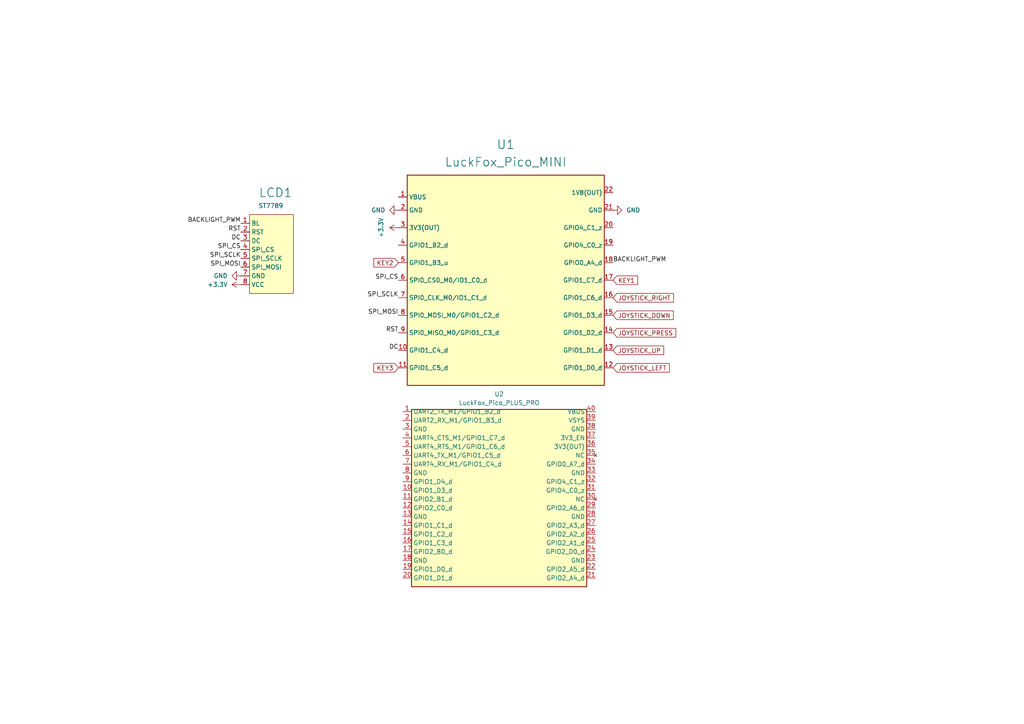
<source format=kicad_sch>
(kicad_sch (version 20250114) (generator "eeschema") (generator_version "9.0")
  (paper "A4")
  (lib_symbols
    (symbol "Luckfox:LuckFox_Pico_MINI"
      (property "Reference" "U" (at 0 53.34 0))
      (property "Value" "LuckFox_Pico_MINI" (at 1.016 -8.382 0))
      (symbol "LuckFox_Pico_MINI_0_1"
        (rectangle (start -25.4 54.61) (end 31.75 -6.35) (stroke (width 0.254)) (fill (type background)))
      )
      (symbol "LuckFox_Pico_MINI_1_1"
        (pin power_in line (at -27.94 48.26 0) (length 2.54) (name "VBUS") (number "1"))
        (pin power_in line (at -27.94 44.45 0) (length 2.54) (name "GND") (number "2"))
        (pin power_out line (at -27.94 39.37 0) (length 2.54) (name "3V3(OUT)") (number "3"))
        (pin bidirectional line (at -27.94 34.29 0) (length 2.54) (name "GPIO1_B2_d") (number "4"))
        (pin bidirectional line (at -27.94 29.21 0) (length 2.54) (name "GPIO1_B3_u") (number "5"))
        (pin bidirectional line (at -27.94 24.13 0) (length 2.54) (name "SPI0_CS0_M0/IO1_C0_d") (number "6"))
        (pin bidirectional line (at -27.94 19.05 0) (length 2.54) (name "SPI0_CLK_M0/IO1_C1_d") (number "7"))
        (pin bidirectional line (at -27.94 13.97 0) (length 2.54) (name "SPI0_MOSI_M0/GPIO1_C2_d") (number "8"))
        (pin bidirectional line (at -27.94 8.89 0) (length 2.54) (name "SPI0_MISO_M0/GPIO1_C3_d") (number "9"))
        (pin bidirectional line (at -27.94 3.81 0) (length 2.54) (name "GPIO1_C4_d") (number "10"))
        (pin bidirectional line (at -27.94 -1.27 0) (length 2.54) (name "GPIO1_C5_d") (number "11"))
        (pin power_out line (at 34.29 49.53 180) (length 2.54) (name "1V8(OUT)") (number "22"))
        (pin power_in line (at 34.29 44.45 180) (length 2.54) (name "GND") (number "21"))
        (pin bidirectional line (at 34.29 39.37 180) (length 2.54) (name "GPIO4_C1_z") (number "20"))
        (pin bidirectional line (at 34.29 34.29 180) (length 2.54) (name "GPIO4_C0_z") (number "19"))
        (pin bidirectional line (at 34.29 29.21 180) (length 2.54) (name "GPIO0_A4_d") (number "18"))
        (pin bidirectional line (at 34.29 24.13 180) (length 2.54) (name "GPIO1_C7_d") (number "17"))
        (pin bidirectional line (at 34.29 19.05 180) (length 2.54) (name "GPIO1_C6_d") (number "16"))
        (pin bidirectional line (at 34.29 13.97 180) (length 2.54) (name "GPIO1_D3_d") (number "15"))
        (pin bidirectional line (at 34.29 8.89 180) (length 2.54) (name "GPIO1_D2_d") (number "14"))
        (pin bidirectional line (at 34.29 3.81 180) (length 2.54) (name "GPIO1_D1_d") (number "13"))
        (pin bidirectional line (at 34.29 -1.27 180) (length 2.54) (name "GPIO1_D0_d") (number "12"))
      )
    )
    (symbol "Luckfox:LuckFox_Pico_PLUS_PRO"
      (property "Reference" "U" (at 0 53.34 0))
      (property "Value" "LuckFox_Pico_PLUS_PRO" (at -0.508 -1.778 0))
      (symbol "LuckFox_Pico_PLUS_PRO_0_1"
        (rectangle (start -25.4 51.435) (end 25.4 0) (stroke (width 0.254)) (fill (type background)))
      )
      (symbol "LuckFox_Pico_PLUS_PRO_1_1"
        (pin bidirectional line (at -27.94 50.8 0) (length 2.54) (name "UART2_TX_M1/GPIO1_B2_d") (number "1"))
        (pin bidirectional line (at -27.94 48.26 0) (length 2.54) (name "UART2_RX_M1/GPIO1_B3_d") (number "2"))
        (pin power_in line (at -27.94 45.72 0) (length 2.54) (name "GND") (number "3"))
        (pin bidirectional line (at -27.94 43.18 0) (length 2.54) (name "UART4_CTS_M1/GPIO1_C7_d") (number "4"))
        (pin bidirectional line (at -27.94 40.64 0) (length 2.54) (name "UART4_RTS_M1/GPIO1_C6_d") (number "5"))
        (pin bidirectional line (at -27.94 38.1 0) (length 2.54) (name "UART4_TX_M1/GPIO1_C5_d") (number "6"))
        (pin bidirectional line (at -27.94 35.56 0) (length 2.54) (name "UART4_RX_M1/GPIO1_C4_d") (number "7"))
        (pin power_in line (at -27.94 33.02 0) (length 2.54) (name "GND") (number "8"))
        (pin bidirectional line (at -27.94 30.48 0) (length 2.54) (name "GPIO1_D4_d") (number "9"))
        (pin bidirectional line (at -27.94 27.94 0) (length 2.54) (name "GPIO1_D3_d") (number "10"))
        (pin bidirectional line (at -27.94 25.4 0) (length 2.54) (name "GPIO2_B1_d") (number "11"))
        (pin bidirectional line (at -27.94 22.86 0) (length 2.54) (name "GPIO2_C0_d") (number "12"))
        (pin power_in line (at -27.94 20.32 0) (length 2.54) (name "GND") (number "13"))
        (pin bidirectional line (at -27.94 17.78 0) (length 2.54) (name "GPIO1_C1_d") (number "14"))
        (pin bidirectional line (at -27.94 15.24 0) (length 2.54) (name "GPIO1_C2_d") (number "15"))
        (pin bidirectional line (at -27.94 12.7 0) (length 2.54) (name "GPIO1_C3_d") (number "16"))
        (pin bidirectional line (at -27.94 10.16 0) (length 2.54) (name "GPIO2_B0_d") (number "17"))
        (pin power_in line (at -27.94 7.62 0) (length 2.54) (name "GND") (number "18"))
        (pin bidirectional line (at -27.94 5.08 0) (length 2.54) (name "GPIO1_D0_d") (number "19"))
        (pin bidirectional line (at -27.94 2.54 0) (length 2.54) (name "GPIO1_D1_d") (number "20"))
        (pin power_in line (at 27.94 50.8 180) (length 2.54) (name "VBUS") (number "40"))
        (pin power_in line (at 27.94 48.26 180) (length 2.54) (name "VSYS") (number "39"))
        (pin power_in line (at 27.94 45.72 180) (length 2.54) (name "GND") (number "38"))
        (pin power_in line (at 27.94 43.18 180) (length 2.54) (name "3V3_EN") (number "37"))
        (pin power_out line (at 27.94 40.64 180) (length 2.54) (name "3V3(OUT)") (number "36"))
        (pin no_connect line (at 27.94 38.1 180) (length 2.54) (name "NC") (number "35"))
        (pin bidirectional line (at 27.94 35.56 180) (length 2.54) (name "GPIO0_A7_d") (number "34"))
        (pin power_in line (at 27.94 33.02 180) (length 2.54) (name "GND") (number "33"))
        (pin bidirectional line (at 27.94 30.48 180) (length 2.54) (name "GPIO4_C1_z") (number "32"))
        (pin bidirectional line (at 27.94 27.94 180) (length 2.54) (name "GPIO4_C0_z") (number "31"))
        (pin no_connect line (at 27.94 25.4 180) (length 2.54) (name "NC") (number "30"))
        (pin bidirectional line (at 27.94 22.86 180) (length 2.54) (name "GPIO2_A6_d") (number "29"))
        (pin power_in line (at 27.94 20.32 180) (length 2.54) (name "GND") (number "28"))
        (pin bidirectional line (at 27.94 17.78 180) (length 2.54) (name "GPIO2_A3_d") (number "27"))
        (pin bidirectional line (at 27.94 15.24 180) (length 2.54) (name "GPIO2_A2_d") (number "26"))
        (pin bidirectional line (at 27.94 12.7 180) (length 2.54) (name "GPIO2_A1_d") (number "25"))
        (pin bidirectional line (at 27.94 10.16 180) (length 2.54) (name "GPIO2_D0_d") (number "24"))
        (pin power_in line (at 27.94 7.62 180) (length 2.54) (name "GND") (number "23"))
        (pin bidirectional line (at 27.94 5.08 180) (length 2.54) (name "GPIO2_A5_d") (number "22"))
        (pin bidirectional line (at 27.94 2.54 180) (length 2.54) (name "GPIO2_A4_d") (number "21"))
      )
    )
    (symbol "SeedSigner:LCD_ST7789"
      (property "Reference" "LCD" (at 0 12.446 0))
      (symbol "LCD_ST7789_1_1"
        (rectangle (start -6.35 11.43) (end 6.35 -11.43) (fill (type background)))
        (pin input line (at -8.89 8.89 0) (length 2.54) (name "BL") (number "1"))
        (pin input line (at -8.89 6.35 0) (length 2.54) (name "RST") (number "2"))
        (pin input line (at -8.89 3.81 0) (length 2.54) (name "DC") (number "3"))
        (pin input line (at -8.89 1.27 0) (length 2.54) (name "SPI_CS") (number "4"))
        (pin input line (at -8.89 -1.27 0) (length 2.54) (name "SPI_SCLK") (number "5"))
        (pin input line (at -8.89 -3.81 0) (length 2.54) (name "SPI_MOSI") (number "6"))
        (pin input line (at -8.89 -6.35 0) (length 2.54) (name "GND") (number "7"))
        (pin input line (at -8.89 -8.89 0) (length 2.54) (name "VCC") (number "8"))
      )
    )
    (symbol "power:+3.3V" (power) (pin_names (offset 0))
      (property "Value" "+3.3V" (at 0 3.556 0))
      (symbol "+3.3V_0_1"
        (polyline (pts (xy -0.762 1.27) (xy 0 2.54)))
        (polyline (pts (xy 0 2.54) (xy 0.762 1.27)))
        (polyline (pts (xy 0 0) (xy 0 2.54)))
      )
      (symbol "+3.3V_1_1"
        (pin power_in line (at 0 0 90) (length 0) (hide yes) (name "+3.3V") (number "1"))
      )
    )
    (symbol "power:GND" (power) (pin_names (offset 0))
      (property "Value" "GND" (at 0 -3.81 0))
      (symbol "GND_0_1"
        (polyline (pts (xy 0 0) (xy 0 -1.27) (xy 1.27 -1.27) (xy 0 -2.54) (xy -1.27 -1.27) (xy 0 -1.27)))
      )
      (symbol "GND_1_1"
        (pin power_in line (at 0 0 270) (length 0) (hide yes) (name "GND") (number "1"))
      )
    )
  )
  (label "SPI_MOSI" (at 115.57 91.44 180))
  (label "SPI_MOSI" (at 69.85 77.47 180))
  (label "SPI_SCLK" (at 115.57 86.36 180))
  (label "BACKLIGHT_PWM" (at 69.85 64.77 180))
  (label "RST" (at 69.85 67.31 180))
  (label "DC" (at 69.85 69.85 180))
  (label "SPI_CS" (at 115.57 81.28 180))
  (label "SPI_SCLK" (at 69.85 74.93 180))
  (label "BACKLIGHT_PWM" (at 177.8 76.2 0))
  (label "DC" (at 115.57 101.6 180))
  (label "SPI_CS" (at 69.85 72.39 180))
  (label "RST" (at 115.57 96.52 180))
  (global_label "JOYSTICK_LEFT" (shape input) (at 177.8 106.68 0) (property "Intersheetrefs" "${INTERSHEET_REFS}" (effects (hide yes))))
  (global_label "JOYSTICK_PRESS" (shape input) (at 177.8 96.52 0) (property "Intersheetrefs" "${INTERSHEET_REFS}" (effects (hide yes))))
  (global_label "KEY3" (shape input) (at 115.57 106.68 180) (property "Intersheetrefs" "${INTERSHEET_REFS}" (effects (hide yes))))
  (global_label "JOYSTICK_UP" (shape input) (at 177.8 101.6 0) (property "Intersheetrefs" "${INTERSHEET_REFS}" (effects (hide yes))))
  (global_label "KEY2" (shape input) (at 115.57 76.2 180) (property "Intersheetrefs" "${INTERSHEET_REFS}" (effects (hide yes))))
  (global_label "JOYSTICK_DOWN" (shape input) (at 177.8 91.44 0) (property "Intersheetrefs" "${INTERSHEET_REFS}" (effects (hide yes))))
  (global_label "JOYSTICK_RIGHT" (shape input) (at 177.8 86.36 0) (property "Intersheetrefs" "${INTERSHEET_REFS}" (effects (hide yes))))
  (global_label "KEY1" (shape input) (at 177.8 81.28 0) (property "Intersheetrefs" "${INTERSHEET_REFS}" (effects (hide yes))))
  (symbol (lib_id "SeedSigner:LCD_ST7789") (at 78.74 73.66 0) (unit 1)
    (property "Reference" "LCD1" (at 74.93 55.88 0) (effects (font (size 2.54 2.54)) (justify left)))
    (property "Value" "ST7789" (at 74.93 59.69 0) (effects (justify left)))
    (property "Footprint" "seedsigner-luckfox:ST7789_LCD_MOD1" (effects (hide yes)))
  )
  (symbol (lib_id "Luckfox:LuckFox_Pico_MINI") (at 143.51 105.41 0) (unit 1)
    (property "Reference" "U1" (at 146.685 41.91 0) (effects (font (size 2.54 2.54))))
    (property "Value" "LuckFox_Pico_MINI" (at 146.685 46.99 0) (effects (font (size 2.54 2.54))))
    (property "Footprint" "seedsigner-luckfox:LUCKFOX_PICO_MINI" (effects (hide yes)))
  )
  (symbol (lib_id "power:GND") (at 69.85 80.01 270) (unit 1)
    (property "Reference" "#PWR02" (effects (hide yes)))
    (property "Value" "GND" (at 66.04 80.0099 90) (effects (justify right)))
  )
  (symbol (lib_id "power:GND") (at 115.57 60.96 270) (unit 1)
    (property "Reference" "#PWR015" (effects (hide yes)))
    (property "Value" "GND" (at 111.76 60.9599 90) (effects (justify right)))
  )
  (symbol (lib_id "power:+3.3V") (at 69.85 82.55 90) (unit 1)
    (property "Reference" "#PWR01" (effects (hide yes)))
    (property "Value" "+3.3V" (at 66.04 82.5499 90) (effects (justify left)))
  )
  (symbol (lib_id "power:GND") (at 177.8 60.96 90) (unit 1)
    (property "Reference" "#PWR017" (effects (hide yes)))
    (property "Value" "GND" (at 181.61 60.9599 90) (effects (justify right)))
  )
  (symbol (lib_id "Luckfox:LuckFox_Pico_PLUS_PRO") (at 144.78 170.18 0) (unit 1)
    (property "Reference" "U2" (at 144.78 114.3 0))
    (property "Value" "LuckFox_Pico_PLUS_PRO" (at 144.78 116.84 0))
  )
  (symbol (lib_id "power:+3.3V") (at 115.57 66.04 90) (unit 1)
    (property "Reference" "#PWR016" (effects (hide yes)))
    (property "Value" "+3.3V" (at 110.49 66.04 0))
  )
)
</source>
